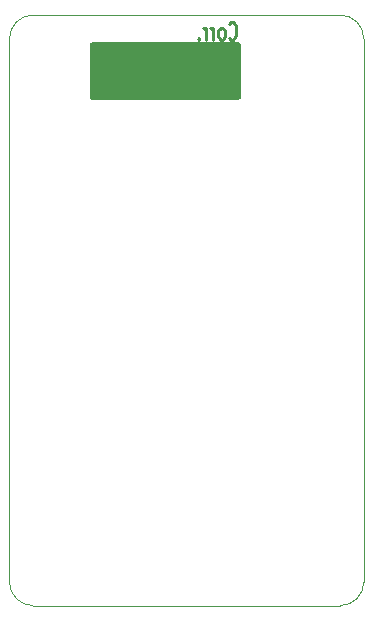
<source format=gbr>
G04 #@! TF.FileFunction,Legend,Bot*
%FSLAX46Y46*%
G04 Gerber Fmt 4.6, Leading zero omitted, Abs format (unit mm)*
G04 Created by KiCad (PCBNEW 0.201505041002+5641~23~ubuntu14.04.1-product) date Wed 08 Jul 2015 08:46:07 AM PDT*
%MOMM*%
G01*
G04 APERTURE LIST*
%ADD10C,0.200000*%
%ADD11C,0.250000*%
%ADD12C,0.100000*%
%ADD13C,0.150000*%
G04 APERTURE END LIST*
D10*
D11*
X118600000Y-51935714D02*
X118647619Y-52007143D01*
X118790476Y-52078571D01*
X118885714Y-52078571D01*
X119028572Y-52007143D01*
X119123810Y-51864286D01*
X119171429Y-51721429D01*
X119219048Y-51435714D01*
X119219048Y-51221429D01*
X119171429Y-50935714D01*
X119123810Y-50792857D01*
X119028572Y-50650000D01*
X118885714Y-50578571D01*
X118790476Y-50578571D01*
X118647619Y-50650000D01*
X118600000Y-50721429D01*
X118028572Y-52078571D02*
X118123810Y-52007143D01*
X118171429Y-51935714D01*
X118219048Y-51792857D01*
X118219048Y-51364286D01*
X118171429Y-51221429D01*
X118123810Y-51150000D01*
X118028572Y-51078571D01*
X117885714Y-51078571D01*
X117790476Y-51150000D01*
X117742857Y-51221429D01*
X117695238Y-51364286D01*
X117695238Y-51792857D01*
X117742857Y-51935714D01*
X117790476Y-52007143D01*
X117885714Y-52078571D01*
X118028572Y-52078571D01*
X117266667Y-52078571D02*
X117266667Y-51078571D01*
X117266667Y-51364286D02*
X117219048Y-51221429D01*
X117171429Y-51150000D01*
X117076191Y-51078571D01*
X116980952Y-51078571D01*
X116647619Y-52078571D02*
X116647619Y-51078571D01*
X116647619Y-51364286D02*
X116600000Y-51221429D01*
X116552381Y-51150000D01*
X116457143Y-51078571D01*
X116361904Y-51078571D01*
X116028571Y-51935714D02*
X115980952Y-52007143D01*
X116028571Y-52078571D01*
X116076190Y-52007143D01*
X116028571Y-51935714D01*
X116028571Y-52078571D01*
D12*
X128000000Y-100000000D02*
G75*
G03X130000000Y-98000000I0J2000000D01*
G01*
X100000000Y-98000000D02*
G75*
G03X102000000Y-100000000I2000000J0D01*
G01*
X130000000Y-52000000D02*
G75*
G03X128000000Y-50000000I-2000000J0D01*
G01*
X102000000Y-50000000D02*
G75*
G03X100000000Y-52000000I0J-2000000D01*
G01*
X128000000Y-50000000D02*
X102000000Y-50000000D01*
X130000000Y-98000000D02*
X130000000Y-52000000D01*
X102000000Y-100000000D02*
X128000000Y-100000000D01*
X100000000Y-52000000D02*
X100000000Y-98000000D01*
D13*
G36*
X119475000Y-56981066D02*
X119381066Y-57075000D01*
X106968934Y-57075000D01*
X106875000Y-56981066D01*
X106875000Y-52418845D01*
X106969147Y-52325076D01*
X119381279Y-52374924D01*
X119475000Y-52469022D01*
X119475000Y-56981066D01*
X119475000Y-56981066D01*
G37*
X119475000Y-56981066D02*
X119381066Y-57075000D01*
X106968934Y-57075000D01*
X106875000Y-56981066D01*
X106875000Y-52418845D01*
X106969147Y-52325076D01*
X119381279Y-52374924D01*
X119475000Y-52469022D01*
X119475000Y-56981066D01*
M02*

</source>
